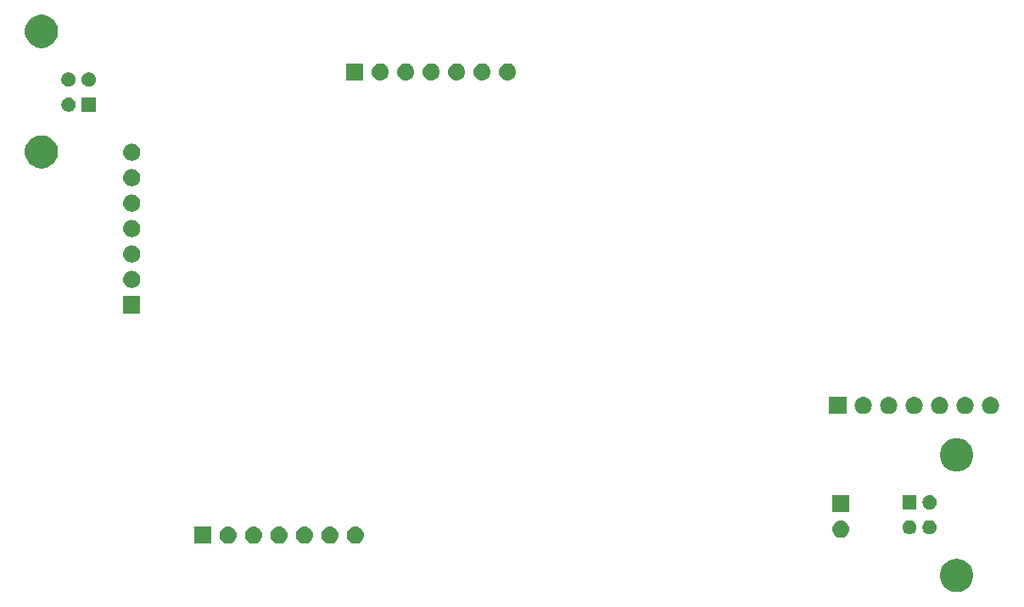
<source format=gbr>
%TF.GenerationSoftware,KiCad,Pcbnew,(5.0.1)-4*%
%TF.CreationDate,2019-11-11T16:38:18-05:00*%
%TF.ProjectId,new_synth_transistor,6E65775F73796E74685F7472616E7369,rev?*%
%TF.SameCoordinates,Original*%
%TF.FileFunction,Soldermask,Bot*%
%TF.FilePolarity,Negative*%
%FSLAX46Y46*%
G04 Gerber Fmt 4.6, Leading zero omitted, Abs format (unit mm)*
G04 Created by KiCad (PCBNEW (5.0.1)-4) date 11/11/2019 4:38:18 PM*
%MOMM*%
%LPD*%
G01*
G04 APERTURE LIST*
%ADD10C,0.100000*%
G04 APERTURE END LIST*
D10*
G36*
X214521440Y-101195798D02*
X214681601Y-101227656D01*
X214806584Y-101279426D01*
X214983336Y-101352639D01*
X215254896Y-101534090D01*
X215485830Y-101765024D01*
X215667281Y-102036584D01*
X215792264Y-102338320D01*
X215855980Y-102658640D01*
X215855980Y-102985240D01*
X215792264Y-103305560D01*
X215667281Y-103607296D01*
X215485830Y-103878856D01*
X215254896Y-104109790D01*
X214983336Y-104291241D01*
X214806584Y-104364454D01*
X214681601Y-104416224D01*
X214521440Y-104448082D01*
X214361280Y-104479940D01*
X214034680Y-104479940D01*
X213874520Y-104448082D01*
X213714359Y-104416224D01*
X213589376Y-104364454D01*
X213412624Y-104291241D01*
X213141064Y-104109790D01*
X212910130Y-103878856D01*
X212728679Y-103607296D01*
X212603696Y-103305560D01*
X212539980Y-102985240D01*
X212539980Y-102658640D01*
X212603696Y-102338320D01*
X212728679Y-102036584D01*
X212910130Y-101765024D01*
X213141064Y-101534090D01*
X213412624Y-101352639D01*
X213589376Y-101279426D01*
X213714359Y-101227656D01*
X213874520Y-101195798D01*
X214034680Y-101163940D01*
X214361280Y-101163940D01*
X214521440Y-101195798D01*
X214521440Y-101195798D01*
G37*
G36*
X154344630Y-97968299D02*
X154504855Y-98016903D01*
X154652520Y-98095831D01*
X154781949Y-98202051D01*
X154888169Y-98331480D01*
X154967097Y-98479145D01*
X155015701Y-98639370D01*
X155032112Y-98806000D01*
X155015701Y-98972630D01*
X154967097Y-99132855D01*
X154888169Y-99280520D01*
X154781949Y-99409949D01*
X154652520Y-99516169D01*
X154504855Y-99595097D01*
X154344630Y-99643701D01*
X154219752Y-99656000D01*
X154136248Y-99656000D01*
X154011370Y-99643701D01*
X153851145Y-99595097D01*
X153703480Y-99516169D01*
X153574051Y-99409949D01*
X153467831Y-99280520D01*
X153388903Y-99132855D01*
X153340299Y-98972630D01*
X153323888Y-98806000D01*
X153340299Y-98639370D01*
X153388903Y-98479145D01*
X153467831Y-98331480D01*
X153574051Y-98202051D01*
X153703480Y-98095831D01*
X153851145Y-98016903D01*
X154011370Y-97968299D01*
X154136248Y-97956000D01*
X154219752Y-97956000D01*
X154344630Y-97968299D01*
X154344630Y-97968299D01*
G37*
G36*
X151804630Y-97968299D02*
X151964855Y-98016903D01*
X152112520Y-98095831D01*
X152241949Y-98202051D01*
X152348169Y-98331480D01*
X152427097Y-98479145D01*
X152475701Y-98639370D01*
X152492112Y-98806000D01*
X152475701Y-98972630D01*
X152427097Y-99132855D01*
X152348169Y-99280520D01*
X152241949Y-99409949D01*
X152112520Y-99516169D01*
X151964855Y-99595097D01*
X151804630Y-99643701D01*
X151679752Y-99656000D01*
X151596248Y-99656000D01*
X151471370Y-99643701D01*
X151311145Y-99595097D01*
X151163480Y-99516169D01*
X151034051Y-99409949D01*
X150927831Y-99280520D01*
X150848903Y-99132855D01*
X150800299Y-98972630D01*
X150783888Y-98806000D01*
X150800299Y-98639370D01*
X150848903Y-98479145D01*
X150927831Y-98331480D01*
X151034051Y-98202051D01*
X151163480Y-98095831D01*
X151311145Y-98016903D01*
X151471370Y-97968299D01*
X151596248Y-97956000D01*
X151679752Y-97956000D01*
X151804630Y-97968299D01*
X151804630Y-97968299D01*
G37*
G36*
X149264630Y-97968299D02*
X149424855Y-98016903D01*
X149572520Y-98095831D01*
X149701949Y-98202051D01*
X149808169Y-98331480D01*
X149887097Y-98479145D01*
X149935701Y-98639370D01*
X149952112Y-98806000D01*
X149935701Y-98972630D01*
X149887097Y-99132855D01*
X149808169Y-99280520D01*
X149701949Y-99409949D01*
X149572520Y-99516169D01*
X149424855Y-99595097D01*
X149264630Y-99643701D01*
X149139752Y-99656000D01*
X149056248Y-99656000D01*
X148931370Y-99643701D01*
X148771145Y-99595097D01*
X148623480Y-99516169D01*
X148494051Y-99409949D01*
X148387831Y-99280520D01*
X148308903Y-99132855D01*
X148260299Y-98972630D01*
X148243888Y-98806000D01*
X148260299Y-98639370D01*
X148308903Y-98479145D01*
X148387831Y-98331480D01*
X148494051Y-98202051D01*
X148623480Y-98095831D01*
X148771145Y-98016903D01*
X148931370Y-97968299D01*
X149056248Y-97956000D01*
X149139752Y-97956000D01*
X149264630Y-97968299D01*
X149264630Y-97968299D01*
G37*
G36*
X146724630Y-97968299D02*
X146884855Y-98016903D01*
X147032520Y-98095831D01*
X147161949Y-98202051D01*
X147268169Y-98331480D01*
X147347097Y-98479145D01*
X147395701Y-98639370D01*
X147412112Y-98806000D01*
X147395701Y-98972630D01*
X147347097Y-99132855D01*
X147268169Y-99280520D01*
X147161949Y-99409949D01*
X147032520Y-99516169D01*
X146884855Y-99595097D01*
X146724630Y-99643701D01*
X146599752Y-99656000D01*
X146516248Y-99656000D01*
X146391370Y-99643701D01*
X146231145Y-99595097D01*
X146083480Y-99516169D01*
X145954051Y-99409949D01*
X145847831Y-99280520D01*
X145768903Y-99132855D01*
X145720299Y-98972630D01*
X145703888Y-98806000D01*
X145720299Y-98639370D01*
X145768903Y-98479145D01*
X145847831Y-98331480D01*
X145954051Y-98202051D01*
X146083480Y-98095831D01*
X146231145Y-98016903D01*
X146391370Y-97968299D01*
X146516248Y-97956000D01*
X146599752Y-97956000D01*
X146724630Y-97968299D01*
X146724630Y-97968299D01*
G37*
G36*
X144184630Y-97968299D02*
X144344855Y-98016903D01*
X144492520Y-98095831D01*
X144621949Y-98202051D01*
X144728169Y-98331480D01*
X144807097Y-98479145D01*
X144855701Y-98639370D01*
X144872112Y-98806000D01*
X144855701Y-98972630D01*
X144807097Y-99132855D01*
X144728169Y-99280520D01*
X144621949Y-99409949D01*
X144492520Y-99516169D01*
X144344855Y-99595097D01*
X144184630Y-99643701D01*
X144059752Y-99656000D01*
X143976248Y-99656000D01*
X143851370Y-99643701D01*
X143691145Y-99595097D01*
X143543480Y-99516169D01*
X143414051Y-99409949D01*
X143307831Y-99280520D01*
X143228903Y-99132855D01*
X143180299Y-98972630D01*
X143163888Y-98806000D01*
X143180299Y-98639370D01*
X143228903Y-98479145D01*
X143307831Y-98331480D01*
X143414051Y-98202051D01*
X143543480Y-98095831D01*
X143691145Y-98016903D01*
X143851370Y-97968299D01*
X143976248Y-97956000D01*
X144059752Y-97956000D01*
X144184630Y-97968299D01*
X144184630Y-97968299D01*
G37*
G36*
X141644630Y-97968299D02*
X141804855Y-98016903D01*
X141952520Y-98095831D01*
X142081949Y-98202051D01*
X142188169Y-98331480D01*
X142267097Y-98479145D01*
X142315701Y-98639370D01*
X142332112Y-98806000D01*
X142315701Y-98972630D01*
X142267097Y-99132855D01*
X142188169Y-99280520D01*
X142081949Y-99409949D01*
X141952520Y-99516169D01*
X141804855Y-99595097D01*
X141644630Y-99643701D01*
X141519752Y-99656000D01*
X141436248Y-99656000D01*
X141311370Y-99643701D01*
X141151145Y-99595097D01*
X141003480Y-99516169D01*
X140874051Y-99409949D01*
X140767831Y-99280520D01*
X140688903Y-99132855D01*
X140640299Y-98972630D01*
X140623888Y-98806000D01*
X140640299Y-98639370D01*
X140688903Y-98479145D01*
X140767831Y-98331480D01*
X140874051Y-98202051D01*
X141003480Y-98095831D01*
X141151145Y-98016903D01*
X141311370Y-97968299D01*
X141436248Y-97956000D01*
X141519752Y-97956000D01*
X141644630Y-97968299D01*
X141644630Y-97968299D01*
G37*
G36*
X139788000Y-99656000D02*
X138088000Y-99656000D01*
X138088000Y-97956000D01*
X139788000Y-97956000D01*
X139788000Y-99656000D01*
X139788000Y-99656000D01*
G37*
G36*
X202795130Y-97363779D02*
X202955355Y-97412383D01*
X203103020Y-97491311D01*
X203232449Y-97597531D01*
X203338669Y-97726960D01*
X203417597Y-97874625D01*
X203466201Y-98034850D01*
X203482612Y-98201480D01*
X203466201Y-98368110D01*
X203417597Y-98528335D01*
X203338669Y-98676000D01*
X203232449Y-98805429D01*
X203103020Y-98911649D01*
X202955355Y-98990577D01*
X202795130Y-99039181D01*
X202670252Y-99051480D01*
X202586748Y-99051480D01*
X202461870Y-99039181D01*
X202301645Y-98990577D01*
X202153980Y-98911649D01*
X202024551Y-98805429D01*
X201918331Y-98676000D01*
X201839403Y-98528335D01*
X201790799Y-98368110D01*
X201774388Y-98201480D01*
X201790799Y-98034850D01*
X201839403Y-97874625D01*
X201918331Y-97726960D01*
X202024551Y-97597531D01*
X202153980Y-97491311D01*
X202301645Y-97412383D01*
X202461870Y-97363779D01*
X202586748Y-97351480D01*
X202670252Y-97351480D01*
X202795130Y-97363779D01*
X202795130Y-97363779D01*
G37*
G36*
X209696246Y-97325378D02*
X209826183Y-97379199D01*
X209943133Y-97457343D01*
X210042577Y-97556787D01*
X210042579Y-97556790D01*
X210042580Y-97556791D01*
X210069802Y-97597532D01*
X210120721Y-97673737D01*
X210174542Y-97803674D01*
X210201980Y-97941616D01*
X210201980Y-98082264D01*
X210174542Y-98220206D01*
X210120721Y-98350143D01*
X210042577Y-98467093D01*
X209943133Y-98566537D01*
X209826183Y-98644681D01*
X209696246Y-98698502D01*
X209558304Y-98725940D01*
X209417656Y-98725940D01*
X209279714Y-98698502D01*
X209149777Y-98644681D01*
X209032827Y-98566537D01*
X208933383Y-98467093D01*
X208855239Y-98350143D01*
X208801418Y-98220206D01*
X208773980Y-98082264D01*
X208773980Y-97941616D01*
X208801418Y-97803674D01*
X208855239Y-97673737D01*
X208906158Y-97597532D01*
X208933380Y-97556791D01*
X208933381Y-97556790D01*
X208933383Y-97556787D01*
X209032827Y-97457343D01*
X209149777Y-97379199D01*
X209279714Y-97325378D01*
X209417656Y-97297940D01*
X209558304Y-97297940D01*
X209696246Y-97325378D01*
X209696246Y-97325378D01*
G37*
G36*
X211696246Y-97325378D02*
X211826183Y-97379199D01*
X211943133Y-97457343D01*
X212042577Y-97556787D01*
X212042579Y-97556790D01*
X212042580Y-97556791D01*
X212069802Y-97597532D01*
X212120721Y-97673737D01*
X212174542Y-97803674D01*
X212201980Y-97941616D01*
X212201980Y-98082264D01*
X212174542Y-98220206D01*
X212120721Y-98350143D01*
X212042577Y-98467093D01*
X211943133Y-98566537D01*
X211826183Y-98644681D01*
X211696246Y-98698502D01*
X211558304Y-98725940D01*
X211417656Y-98725940D01*
X211279714Y-98698502D01*
X211149777Y-98644681D01*
X211032827Y-98566537D01*
X210933383Y-98467093D01*
X210855239Y-98350143D01*
X210801418Y-98220206D01*
X210773980Y-98082264D01*
X210773980Y-97941616D01*
X210801418Y-97803674D01*
X210855239Y-97673737D01*
X210906158Y-97597532D01*
X210933380Y-97556791D01*
X210933381Y-97556790D01*
X210933383Y-97556787D01*
X211032827Y-97457343D01*
X211149777Y-97379199D01*
X211279714Y-97325378D01*
X211417656Y-97297940D01*
X211558304Y-97297940D01*
X211696246Y-97325378D01*
X211696246Y-97325378D01*
G37*
G36*
X203478500Y-96511480D02*
X201778500Y-96511480D01*
X201778500Y-94811480D01*
X203478500Y-94811480D01*
X203478500Y-96511480D01*
X203478500Y-96511480D01*
G37*
G36*
X210201980Y-96225940D02*
X208773980Y-96225940D01*
X208773980Y-94797940D01*
X210201980Y-94797940D01*
X210201980Y-96225940D01*
X210201980Y-96225940D01*
G37*
G36*
X211696246Y-94825378D02*
X211826183Y-94879199D01*
X211943133Y-94957343D01*
X212042577Y-95056787D01*
X212120721Y-95173737D01*
X212174542Y-95303674D01*
X212201980Y-95441616D01*
X212201980Y-95582264D01*
X212174542Y-95720206D01*
X212120721Y-95850143D01*
X212042577Y-95967093D01*
X211943133Y-96066537D01*
X211826183Y-96144681D01*
X211696246Y-96198502D01*
X211558304Y-96225940D01*
X211417656Y-96225940D01*
X211279714Y-96198502D01*
X211149777Y-96144681D01*
X211032827Y-96066537D01*
X210933383Y-95967093D01*
X210855239Y-95850143D01*
X210801418Y-95720206D01*
X210773980Y-95582264D01*
X210773980Y-95441616D01*
X210801418Y-95303674D01*
X210855239Y-95173737D01*
X210933383Y-95056787D01*
X211032827Y-94957343D01*
X211149777Y-94879199D01*
X211279714Y-94825378D01*
X211417656Y-94797940D01*
X211558304Y-94797940D01*
X211696246Y-94825378D01*
X211696246Y-94825378D01*
G37*
G36*
X214521440Y-89155798D02*
X214681601Y-89187656D01*
X214806584Y-89239426D01*
X214983336Y-89312639D01*
X215254896Y-89494090D01*
X215485830Y-89725024D01*
X215667281Y-89996584D01*
X215792264Y-90298320D01*
X215855980Y-90618640D01*
X215855980Y-90945240D01*
X215792264Y-91265560D01*
X215667281Y-91567296D01*
X215485830Y-91838856D01*
X215254896Y-92069790D01*
X214983336Y-92251241D01*
X214806584Y-92324454D01*
X214681601Y-92376224D01*
X214521440Y-92408082D01*
X214361280Y-92439940D01*
X214034680Y-92439940D01*
X213874520Y-92408082D01*
X213714359Y-92376224D01*
X213589376Y-92324454D01*
X213412624Y-92251241D01*
X213141064Y-92069790D01*
X212910130Y-91838856D01*
X212728679Y-91567296D01*
X212603696Y-91265560D01*
X212539980Y-90945240D01*
X212539980Y-90618640D01*
X212603696Y-90298320D01*
X212728679Y-89996584D01*
X212910130Y-89725024D01*
X213141064Y-89494090D01*
X213412624Y-89312639D01*
X213589376Y-89239426D01*
X213714359Y-89187656D01*
X213874520Y-89155798D01*
X214034680Y-89123940D01*
X214361280Y-89123940D01*
X214521440Y-89155798D01*
X214521440Y-89155798D01*
G37*
G36*
X203186400Y-86702000D02*
X201486400Y-86702000D01*
X201486400Y-85002000D01*
X203186400Y-85002000D01*
X203186400Y-86702000D01*
X203186400Y-86702000D01*
G37*
G36*
X207583030Y-85014299D02*
X207743255Y-85062903D01*
X207890920Y-85141831D01*
X208020349Y-85248051D01*
X208126569Y-85377480D01*
X208205497Y-85525145D01*
X208254101Y-85685370D01*
X208270512Y-85852000D01*
X208254101Y-86018630D01*
X208205497Y-86178855D01*
X208126569Y-86326520D01*
X208020349Y-86455949D01*
X207890920Y-86562169D01*
X207743255Y-86641097D01*
X207583030Y-86689701D01*
X207458152Y-86702000D01*
X207374648Y-86702000D01*
X207249770Y-86689701D01*
X207089545Y-86641097D01*
X206941880Y-86562169D01*
X206812451Y-86455949D01*
X206706231Y-86326520D01*
X206627303Y-86178855D01*
X206578699Y-86018630D01*
X206562288Y-85852000D01*
X206578699Y-85685370D01*
X206627303Y-85525145D01*
X206706231Y-85377480D01*
X206812451Y-85248051D01*
X206941880Y-85141831D01*
X207089545Y-85062903D01*
X207249770Y-85014299D01*
X207374648Y-85002000D01*
X207458152Y-85002000D01*
X207583030Y-85014299D01*
X207583030Y-85014299D01*
G37*
G36*
X210123030Y-85014299D02*
X210283255Y-85062903D01*
X210430920Y-85141831D01*
X210560349Y-85248051D01*
X210666569Y-85377480D01*
X210745497Y-85525145D01*
X210794101Y-85685370D01*
X210810512Y-85852000D01*
X210794101Y-86018630D01*
X210745497Y-86178855D01*
X210666569Y-86326520D01*
X210560349Y-86455949D01*
X210430920Y-86562169D01*
X210283255Y-86641097D01*
X210123030Y-86689701D01*
X209998152Y-86702000D01*
X209914648Y-86702000D01*
X209789770Y-86689701D01*
X209629545Y-86641097D01*
X209481880Y-86562169D01*
X209352451Y-86455949D01*
X209246231Y-86326520D01*
X209167303Y-86178855D01*
X209118699Y-86018630D01*
X209102288Y-85852000D01*
X209118699Y-85685370D01*
X209167303Y-85525145D01*
X209246231Y-85377480D01*
X209352451Y-85248051D01*
X209481880Y-85141831D01*
X209629545Y-85062903D01*
X209789770Y-85014299D01*
X209914648Y-85002000D01*
X209998152Y-85002000D01*
X210123030Y-85014299D01*
X210123030Y-85014299D01*
G37*
G36*
X215203030Y-85014299D02*
X215363255Y-85062903D01*
X215510920Y-85141831D01*
X215640349Y-85248051D01*
X215746569Y-85377480D01*
X215825497Y-85525145D01*
X215874101Y-85685370D01*
X215890512Y-85852000D01*
X215874101Y-86018630D01*
X215825497Y-86178855D01*
X215746569Y-86326520D01*
X215640349Y-86455949D01*
X215510920Y-86562169D01*
X215363255Y-86641097D01*
X215203030Y-86689701D01*
X215078152Y-86702000D01*
X214994648Y-86702000D01*
X214869770Y-86689701D01*
X214709545Y-86641097D01*
X214561880Y-86562169D01*
X214432451Y-86455949D01*
X214326231Y-86326520D01*
X214247303Y-86178855D01*
X214198699Y-86018630D01*
X214182288Y-85852000D01*
X214198699Y-85685370D01*
X214247303Y-85525145D01*
X214326231Y-85377480D01*
X214432451Y-85248051D01*
X214561880Y-85141831D01*
X214709545Y-85062903D01*
X214869770Y-85014299D01*
X214994648Y-85002000D01*
X215078152Y-85002000D01*
X215203030Y-85014299D01*
X215203030Y-85014299D01*
G37*
G36*
X217743030Y-85014299D02*
X217903255Y-85062903D01*
X218050920Y-85141831D01*
X218180349Y-85248051D01*
X218286569Y-85377480D01*
X218365497Y-85525145D01*
X218414101Y-85685370D01*
X218430512Y-85852000D01*
X218414101Y-86018630D01*
X218365497Y-86178855D01*
X218286569Y-86326520D01*
X218180349Y-86455949D01*
X218050920Y-86562169D01*
X217903255Y-86641097D01*
X217743030Y-86689701D01*
X217618152Y-86702000D01*
X217534648Y-86702000D01*
X217409770Y-86689701D01*
X217249545Y-86641097D01*
X217101880Y-86562169D01*
X216972451Y-86455949D01*
X216866231Y-86326520D01*
X216787303Y-86178855D01*
X216738699Y-86018630D01*
X216722288Y-85852000D01*
X216738699Y-85685370D01*
X216787303Y-85525145D01*
X216866231Y-85377480D01*
X216972451Y-85248051D01*
X217101880Y-85141831D01*
X217249545Y-85062903D01*
X217409770Y-85014299D01*
X217534648Y-85002000D01*
X217618152Y-85002000D01*
X217743030Y-85014299D01*
X217743030Y-85014299D01*
G37*
G36*
X205043030Y-85014299D02*
X205203255Y-85062903D01*
X205350920Y-85141831D01*
X205480349Y-85248051D01*
X205586569Y-85377480D01*
X205665497Y-85525145D01*
X205714101Y-85685370D01*
X205730512Y-85852000D01*
X205714101Y-86018630D01*
X205665497Y-86178855D01*
X205586569Y-86326520D01*
X205480349Y-86455949D01*
X205350920Y-86562169D01*
X205203255Y-86641097D01*
X205043030Y-86689701D01*
X204918152Y-86702000D01*
X204834648Y-86702000D01*
X204709770Y-86689701D01*
X204549545Y-86641097D01*
X204401880Y-86562169D01*
X204272451Y-86455949D01*
X204166231Y-86326520D01*
X204087303Y-86178855D01*
X204038699Y-86018630D01*
X204022288Y-85852000D01*
X204038699Y-85685370D01*
X204087303Y-85525145D01*
X204166231Y-85377480D01*
X204272451Y-85248051D01*
X204401880Y-85141831D01*
X204549545Y-85062903D01*
X204709770Y-85014299D01*
X204834648Y-85002000D01*
X204918152Y-85002000D01*
X205043030Y-85014299D01*
X205043030Y-85014299D01*
G37*
G36*
X212663030Y-85014299D02*
X212823255Y-85062903D01*
X212970920Y-85141831D01*
X213100349Y-85248051D01*
X213206569Y-85377480D01*
X213285497Y-85525145D01*
X213334101Y-85685370D01*
X213350512Y-85852000D01*
X213334101Y-86018630D01*
X213285497Y-86178855D01*
X213206569Y-86326520D01*
X213100349Y-86455949D01*
X212970920Y-86562169D01*
X212823255Y-86641097D01*
X212663030Y-86689701D01*
X212538152Y-86702000D01*
X212454648Y-86702000D01*
X212329770Y-86689701D01*
X212169545Y-86641097D01*
X212021880Y-86562169D01*
X211892451Y-86455949D01*
X211786231Y-86326520D01*
X211707303Y-86178855D01*
X211658699Y-86018630D01*
X211642288Y-85852000D01*
X211658699Y-85685370D01*
X211707303Y-85525145D01*
X211786231Y-85377480D01*
X211892451Y-85248051D01*
X212021880Y-85141831D01*
X212169545Y-85062903D01*
X212329770Y-85014299D01*
X212454648Y-85002000D01*
X212538152Y-85002000D01*
X212663030Y-85014299D01*
X212663030Y-85014299D01*
G37*
G36*
X132726800Y-76643600D02*
X131026800Y-76643600D01*
X131026800Y-74943600D01*
X132726800Y-74943600D01*
X132726800Y-76643600D01*
X132726800Y-76643600D01*
G37*
G36*
X132043430Y-72415899D02*
X132203655Y-72464503D01*
X132351320Y-72543431D01*
X132480749Y-72649651D01*
X132586969Y-72779080D01*
X132665897Y-72926745D01*
X132714501Y-73086970D01*
X132730912Y-73253600D01*
X132714501Y-73420230D01*
X132665897Y-73580455D01*
X132586969Y-73728120D01*
X132480749Y-73857549D01*
X132351320Y-73963769D01*
X132203655Y-74042697D01*
X132043430Y-74091301D01*
X131918552Y-74103600D01*
X131835048Y-74103600D01*
X131710170Y-74091301D01*
X131549945Y-74042697D01*
X131402280Y-73963769D01*
X131272851Y-73857549D01*
X131166631Y-73728120D01*
X131087703Y-73580455D01*
X131039099Y-73420230D01*
X131022688Y-73253600D01*
X131039099Y-73086970D01*
X131087703Y-72926745D01*
X131166631Y-72779080D01*
X131272851Y-72649651D01*
X131402280Y-72543431D01*
X131549945Y-72464503D01*
X131710170Y-72415899D01*
X131835048Y-72403600D01*
X131918552Y-72403600D01*
X132043430Y-72415899D01*
X132043430Y-72415899D01*
G37*
G36*
X132043430Y-69875899D02*
X132203655Y-69924503D01*
X132351320Y-70003431D01*
X132480749Y-70109651D01*
X132586969Y-70239080D01*
X132665897Y-70386745D01*
X132714501Y-70546970D01*
X132730912Y-70713600D01*
X132714501Y-70880230D01*
X132665897Y-71040455D01*
X132586969Y-71188120D01*
X132480749Y-71317549D01*
X132351320Y-71423769D01*
X132203655Y-71502697D01*
X132043430Y-71551301D01*
X131918552Y-71563600D01*
X131835048Y-71563600D01*
X131710170Y-71551301D01*
X131549945Y-71502697D01*
X131402280Y-71423769D01*
X131272851Y-71317549D01*
X131166631Y-71188120D01*
X131087703Y-71040455D01*
X131039099Y-70880230D01*
X131022688Y-70713600D01*
X131039099Y-70546970D01*
X131087703Y-70386745D01*
X131166631Y-70239080D01*
X131272851Y-70109651D01*
X131402280Y-70003431D01*
X131549945Y-69924503D01*
X131710170Y-69875899D01*
X131835048Y-69863600D01*
X131918552Y-69863600D01*
X132043430Y-69875899D01*
X132043430Y-69875899D01*
G37*
G36*
X132043430Y-67335899D02*
X132203655Y-67384503D01*
X132351320Y-67463431D01*
X132480749Y-67569651D01*
X132586969Y-67699080D01*
X132665897Y-67846745D01*
X132714501Y-68006970D01*
X132730912Y-68173600D01*
X132714501Y-68340230D01*
X132665897Y-68500455D01*
X132586969Y-68648120D01*
X132480749Y-68777549D01*
X132351320Y-68883769D01*
X132203655Y-68962697D01*
X132043430Y-69011301D01*
X131918552Y-69023600D01*
X131835048Y-69023600D01*
X131710170Y-69011301D01*
X131549945Y-68962697D01*
X131402280Y-68883769D01*
X131272851Y-68777549D01*
X131166631Y-68648120D01*
X131087703Y-68500455D01*
X131039099Y-68340230D01*
X131022688Y-68173600D01*
X131039099Y-68006970D01*
X131087703Y-67846745D01*
X131166631Y-67699080D01*
X131272851Y-67569651D01*
X131402280Y-67463431D01*
X131549945Y-67384503D01*
X131710170Y-67335899D01*
X131835048Y-67323600D01*
X131918552Y-67323600D01*
X132043430Y-67335899D01*
X132043430Y-67335899D01*
G37*
G36*
X132043430Y-64795899D02*
X132203655Y-64844503D01*
X132351320Y-64923431D01*
X132480749Y-65029651D01*
X132586969Y-65159080D01*
X132665897Y-65306745D01*
X132714501Y-65466970D01*
X132730912Y-65633600D01*
X132714501Y-65800230D01*
X132665897Y-65960455D01*
X132586969Y-66108120D01*
X132480749Y-66237549D01*
X132351320Y-66343769D01*
X132203655Y-66422697D01*
X132043430Y-66471301D01*
X131918552Y-66483600D01*
X131835048Y-66483600D01*
X131710170Y-66471301D01*
X131549945Y-66422697D01*
X131402280Y-66343769D01*
X131272851Y-66237549D01*
X131166631Y-66108120D01*
X131087703Y-65960455D01*
X131039099Y-65800230D01*
X131022688Y-65633600D01*
X131039099Y-65466970D01*
X131087703Y-65306745D01*
X131166631Y-65159080D01*
X131272851Y-65029651D01*
X131402280Y-64923431D01*
X131549945Y-64844503D01*
X131710170Y-64795899D01*
X131835048Y-64783600D01*
X131918552Y-64783600D01*
X132043430Y-64795899D01*
X132043430Y-64795899D01*
G37*
G36*
X132043430Y-62255899D02*
X132203655Y-62304503D01*
X132351320Y-62383431D01*
X132480749Y-62489651D01*
X132586969Y-62619080D01*
X132665897Y-62766745D01*
X132714501Y-62926970D01*
X132730912Y-63093600D01*
X132714501Y-63260230D01*
X132665897Y-63420455D01*
X132586969Y-63568120D01*
X132480749Y-63697549D01*
X132351320Y-63803769D01*
X132203655Y-63882697D01*
X132043430Y-63931301D01*
X131918552Y-63943600D01*
X131835048Y-63943600D01*
X131710170Y-63931301D01*
X131549945Y-63882697D01*
X131402280Y-63803769D01*
X131272851Y-63697549D01*
X131166631Y-63568120D01*
X131087703Y-63420455D01*
X131039099Y-63260230D01*
X131022688Y-63093600D01*
X131039099Y-62926970D01*
X131087703Y-62766745D01*
X131166631Y-62619080D01*
X131272851Y-62489651D01*
X131402280Y-62383431D01*
X131549945Y-62304503D01*
X131710170Y-62255899D01*
X131835048Y-62243600D01*
X131918552Y-62243600D01*
X132043430Y-62255899D01*
X132043430Y-62255899D01*
G37*
G36*
X123191060Y-58893058D02*
X123351221Y-58924916D01*
X123476204Y-58976686D01*
X123652956Y-59049899D01*
X123924516Y-59231350D01*
X124155450Y-59462284D01*
X124336901Y-59733844D01*
X124349600Y-59764503D01*
X124461884Y-60035579D01*
X124525600Y-60355901D01*
X124525600Y-60682499D01*
X124461884Y-61002821D01*
X124410114Y-61127804D01*
X124336901Y-61304556D01*
X124155450Y-61576116D01*
X123924516Y-61807050D01*
X123652956Y-61988501D01*
X123476204Y-62061714D01*
X123351221Y-62113484D01*
X123191060Y-62145342D01*
X123030900Y-62177200D01*
X122704300Y-62177200D01*
X122544140Y-62145342D01*
X122383979Y-62113484D01*
X122258996Y-62061714D01*
X122082244Y-61988501D01*
X121810684Y-61807050D01*
X121579750Y-61576116D01*
X121398299Y-61304556D01*
X121325086Y-61127804D01*
X121273316Y-61002821D01*
X121209600Y-60682499D01*
X121209600Y-60355901D01*
X121273316Y-60035579D01*
X121385600Y-59764503D01*
X121398299Y-59733844D01*
X121579750Y-59462284D01*
X121810684Y-59231350D01*
X122082244Y-59049899D01*
X122258996Y-58976686D01*
X122383979Y-58924916D01*
X122544140Y-58893058D01*
X122704300Y-58861200D01*
X123030900Y-58861200D01*
X123191060Y-58893058D01*
X123191060Y-58893058D01*
G37*
G36*
X132043430Y-59715899D02*
X132203655Y-59764503D01*
X132351320Y-59843431D01*
X132480749Y-59949651D01*
X132586969Y-60079080D01*
X132665897Y-60226745D01*
X132714501Y-60386970D01*
X132730912Y-60553600D01*
X132714501Y-60720230D01*
X132665897Y-60880455D01*
X132586969Y-61028120D01*
X132480749Y-61157549D01*
X132351320Y-61263769D01*
X132203655Y-61342697D01*
X132043430Y-61391301D01*
X131918552Y-61403600D01*
X131835048Y-61403600D01*
X131710170Y-61391301D01*
X131549945Y-61342697D01*
X131402280Y-61263769D01*
X131272851Y-61157549D01*
X131166631Y-61028120D01*
X131087703Y-60880455D01*
X131039099Y-60720230D01*
X131022688Y-60553600D01*
X131039099Y-60386970D01*
X131087703Y-60226745D01*
X131166631Y-60079080D01*
X131272851Y-59949651D01*
X131402280Y-59843431D01*
X131549945Y-59764503D01*
X131710170Y-59715899D01*
X131835048Y-59703600D01*
X131918552Y-59703600D01*
X132043430Y-59715899D01*
X132043430Y-59715899D01*
G37*
G36*
X128291600Y-56503200D02*
X126863600Y-56503200D01*
X126863600Y-55075200D01*
X128291600Y-55075200D01*
X128291600Y-56503200D01*
X128291600Y-56503200D01*
G37*
G36*
X125785866Y-55102638D02*
X125915803Y-55156459D01*
X126032753Y-55234603D01*
X126132197Y-55334047D01*
X126210341Y-55450997D01*
X126264162Y-55580934D01*
X126291600Y-55718876D01*
X126291600Y-55859524D01*
X126264162Y-55997466D01*
X126210341Y-56127403D01*
X126132197Y-56244353D01*
X126032753Y-56343797D01*
X125915803Y-56421941D01*
X125785866Y-56475762D01*
X125647924Y-56503200D01*
X125507276Y-56503200D01*
X125369334Y-56475762D01*
X125239397Y-56421941D01*
X125122447Y-56343797D01*
X125023003Y-56244353D01*
X124944859Y-56127403D01*
X124891038Y-55997466D01*
X124863600Y-55859524D01*
X124863600Y-55718876D01*
X124891038Y-55580934D01*
X124944859Y-55450997D01*
X125023003Y-55334047D01*
X125122447Y-55234603D01*
X125239397Y-55156459D01*
X125369334Y-55102638D01*
X125507276Y-55075200D01*
X125647924Y-55075200D01*
X125785866Y-55102638D01*
X125785866Y-55102638D01*
G37*
G36*
X127785866Y-52602638D02*
X127915803Y-52656459D01*
X127915806Y-52656461D01*
X127971733Y-52693830D01*
X128032753Y-52734603D01*
X128132197Y-52834047D01*
X128210341Y-52950997D01*
X128264162Y-53080934D01*
X128291600Y-53218876D01*
X128291600Y-53359524D01*
X128264162Y-53497466D01*
X128210341Y-53627403D01*
X128132197Y-53744353D01*
X128032753Y-53843797D01*
X127915803Y-53921941D01*
X127785866Y-53975762D01*
X127647924Y-54003200D01*
X127507276Y-54003200D01*
X127369334Y-53975762D01*
X127239397Y-53921941D01*
X127122447Y-53843797D01*
X127023003Y-53744353D01*
X126944859Y-53627403D01*
X126891038Y-53497466D01*
X126863600Y-53359524D01*
X126863600Y-53218876D01*
X126891038Y-53080934D01*
X126944859Y-52950997D01*
X127023003Y-52834047D01*
X127122447Y-52734603D01*
X127183468Y-52693830D01*
X127239394Y-52656461D01*
X127239397Y-52656459D01*
X127369334Y-52602638D01*
X127507276Y-52575200D01*
X127647924Y-52575200D01*
X127785866Y-52602638D01*
X127785866Y-52602638D01*
G37*
G36*
X125785866Y-52602638D02*
X125915803Y-52656459D01*
X125915806Y-52656461D01*
X125971733Y-52693830D01*
X126032753Y-52734603D01*
X126132197Y-52834047D01*
X126210341Y-52950997D01*
X126264162Y-53080934D01*
X126291600Y-53218876D01*
X126291600Y-53359524D01*
X126264162Y-53497466D01*
X126210341Y-53627403D01*
X126132197Y-53744353D01*
X126032753Y-53843797D01*
X125915803Y-53921941D01*
X125785866Y-53975762D01*
X125647924Y-54003200D01*
X125507276Y-54003200D01*
X125369334Y-53975762D01*
X125239397Y-53921941D01*
X125122447Y-53843797D01*
X125023003Y-53744353D01*
X124944859Y-53627403D01*
X124891038Y-53497466D01*
X124863600Y-53359524D01*
X124863600Y-53218876D01*
X124891038Y-53080934D01*
X124944859Y-52950997D01*
X125023003Y-52834047D01*
X125122447Y-52734603D01*
X125183468Y-52693830D01*
X125239394Y-52656461D01*
X125239397Y-52656459D01*
X125369334Y-52602638D01*
X125507276Y-52575200D01*
X125647924Y-52575200D01*
X125785866Y-52602638D01*
X125785866Y-52602638D01*
G37*
G36*
X156833830Y-51689499D02*
X156994055Y-51738103D01*
X157141720Y-51817031D01*
X157271149Y-51923251D01*
X157377369Y-52052680D01*
X157456297Y-52200345D01*
X157504901Y-52360570D01*
X157521312Y-52527200D01*
X157504901Y-52693830D01*
X157456297Y-52854055D01*
X157377369Y-53001720D01*
X157271149Y-53131149D01*
X157141720Y-53237369D01*
X156994055Y-53316297D01*
X156833830Y-53364901D01*
X156708952Y-53377200D01*
X156625448Y-53377200D01*
X156500570Y-53364901D01*
X156340345Y-53316297D01*
X156192680Y-53237369D01*
X156063251Y-53131149D01*
X155957031Y-53001720D01*
X155878103Y-52854055D01*
X155829499Y-52693830D01*
X155813088Y-52527200D01*
X155829499Y-52360570D01*
X155878103Y-52200345D01*
X155957031Y-52052680D01*
X156063251Y-51923251D01*
X156192680Y-51817031D01*
X156340345Y-51738103D01*
X156500570Y-51689499D01*
X156625448Y-51677200D01*
X156708952Y-51677200D01*
X156833830Y-51689499D01*
X156833830Y-51689499D01*
G37*
G36*
X154977200Y-53377200D02*
X153277200Y-53377200D01*
X153277200Y-51677200D01*
X154977200Y-51677200D01*
X154977200Y-53377200D01*
X154977200Y-53377200D01*
G37*
G36*
X159373830Y-51689499D02*
X159534055Y-51738103D01*
X159681720Y-51817031D01*
X159811149Y-51923251D01*
X159917369Y-52052680D01*
X159996297Y-52200345D01*
X160044901Y-52360570D01*
X160061312Y-52527200D01*
X160044901Y-52693830D01*
X159996297Y-52854055D01*
X159917369Y-53001720D01*
X159811149Y-53131149D01*
X159681720Y-53237369D01*
X159534055Y-53316297D01*
X159373830Y-53364901D01*
X159248952Y-53377200D01*
X159165448Y-53377200D01*
X159040570Y-53364901D01*
X158880345Y-53316297D01*
X158732680Y-53237369D01*
X158603251Y-53131149D01*
X158497031Y-53001720D01*
X158418103Y-52854055D01*
X158369499Y-52693830D01*
X158353088Y-52527200D01*
X158369499Y-52360570D01*
X158418103Y-52200345D01*
X158497031Y-52052680D01*
X158603251Y-51923251D01*
X158732680Y-51817031D01*
X158880345Y-51738103D01*
X159040570Y-51689499D01*
X159165448Y-51677200D01*
X159248952Y-51677200D01*
X159373830Y-51689499D01*
X159373830Y-51689499D01*
G37*
G36*
X161913830Y-51689499D02*
X162074055Y-51738103D01*
X162221720Y-51817031D01*
X162351149Y-51923251D01*
X162457369Y-52052680D01*
X162536297Y-52200345D01*
X162584901Y-52360570D01*
X162601312Y-52527200D01*
X162584901Y-52693830D01*
X162536297Y-52854055D01*
X162457369Y-53001720D01*
X162351149Y-53131149D01*
X162221720Y-53237369D01*
X162074055Y-53316297D01*
X161913830Y-53364901D01*
X161788952Y-53377200D01*
X161705448Y-53377200D01*
X161580570Y-53364901D01*
X161420345Y-53316297D01*
X161272680Y-53237369D01*
X161143251Y-53131149D01*
X161037031Y-53001720D01*
X160958103Y-52854055D01*
X160909499Y-52693830D01*
X160893088Y-52527200D01*
X160909499Y-52360570D01*
X160958103Y-52200345D01*
X161037031Y-52052680D01*
X161143251Y-51923251D01*
X161272680Y-51817031D01*
X161420345Y-51738103D01*
X161580570Y-51689499D01*
X161705448Y-51677200D01*
X161788952Y-51677200D01*
X161913830Y-51689499D01*
X161913830Y-51689499D01*
G37*
G36*
X164453830Y-51689499D02*
X164614055Y-51738103D01*
X164761720Y-51817031D01*
X164891149Y-51923251D01*
X164997369Y-52052680D01*
X165076297Y-52200345D01*
X165124901Y-52360570D01*
X165141312Y-52527200D01*
X165124901Y-52693830D01*
X165076297Y-52854055D01*
X164997369Y-53001720D01*
X164891149Y-53131149D01*
X164761720Y-53237369D01*
X164614055Y-53316297D01*
X164453830Y-53364901D01*
X164328952Y-53377200D01*
X164245448Y-53377200D01*
X164120570Y-53364901D01*
X163960345Y-53316297D01*
X163812680Y-53237369D01*
X163683251Y-53131149D01*
X163577031Y-53001720D01*
X163498103Y-52854055D01*
X163449499Y-52693830D01*
X163433088Y-52527200D01*
X163449499Y-52360570D01*
X163498103Y-52200345D01*
X163577031Y-52052680D01*
X163683251Y-51923251D01*
X163812680Y-51817031D01*
X163960345Y-51738103D01*
X164120570Y-51689499D01*
X164245448Y-51677200D01*
X164328952Y-51677200D01*
X164453830Y-51689499D01*
X164453830Y-51689499D01*
G37*
G36*
X166993830Y-51689499D02*
X167154055Y-51738103D01*
X167301720Y-51817031D01*
X167431149Y-51923251D01*
X167537369Y-52052680D01*
X167616297Y-52200345D01*
X167664901Y-52360570D01*
X167681312Y-52527200D01*
X167664901Y-52693830D01*
X167616297Y-52854055D01*
X167537369Y-53001720D01*
X167431149Y-53131149D01*
X167301720Y-53237369D01*
X167154055Y-53316297D01*
X166993830Y-53364901D01*
X166868952Y-53377200D01*
X166785448Y-53377200D01*
X166660570Y-53364901D01*
X166500345Y-53316297D01*
X166352680Y-53237369D01*
X166223251Y-53131149D01*
X166117031Y-53001720D01*
X166038103Y-52854055D01*
X165989499Y-52693830D01*
X165973088Y-52527200D01*
X165989499Y-52360570D01*
X166038103Y-52200345D01*
X166117031Y-52052680D01*
X166223251Y-51923251D01*
X166352680Y-51817031D01*
X166500345Y-51738103D01*
X166660570Y-51689499D01*
X166785448Y-51677200D01*
X166868952Y-51677200D01*
X166993830Y-51689499D01*
X166993830Y-51689499D01*
G37*
G36*
X169533830Y-51689499D02*
X169694055Y-51738103D01*
X169841720Y-51817031D01*
X169971149Y-51923251D01*
X170077369Y-52052680D01*
X170156297Y-52200345D01*
X170204901Y-52360570D01*
X170221312Y-52527200D01*
X170204901Y-52693830D01*
X170156297Y-52854055D01*
X170077369Y-53001720D01*
X169971149Y-53131149D01*
X169841720Y-53237369D01*
X169694055Y-53316297D01*
X169533830Y-53364901D01*
X169408952Y-53377200D01*
X169325448Y-53377200D01*
X169200570Y-53364901D01*
X169040345Y-53316297D01*
X168892680Y-53237369D01*
X168763251Y-53131149D01*
X168657031Y-53001720D01*
X168578103Y-52854055D01*
X168529499Y-52693830D01*
X168513088Y-52527200D01*
X168529499Y-52360570D01*
X168578103Y-52200345D01*
X168657031Y-52052680D01*
X168763251Y-51923251D01*
X168892680Y-51817031D01*
X169040345Y-51738103D01*
X169200570Y-51689499D01*
X169325448Y-51677200D01*
X169408952Y-51677200D01*
X169533830Y-51689499D01*
X169533830Y-51689499D01*
G37*
G36*
X123191060Y-46853058D02*
X123351221Y-46884916D01*
X123476204Y-46936686D01*
X123652956Y-47009899D01*
X123924516Y-47191350D01*
X124155450Y-47422284D01*
X124336901Y-47693844D01*
X124461884Y-47995580D01*
X124525600Y-48315900D01*
X124525600Y-48642500D01*
X124461884Y-48962820D01*
X124336901Y-49264556D01*
X124155450Y-49536116D01*
X123924516Y-49767050D01*
X123652956Y-49948501D01*
X123476204Y-50021714D01*
X123351221Y-50073484D01*
X123191060Y-50105342D01*
X123030900Y-50137200D01*
X122704300Y-50137200D01*
X122544140Y-50105342D01*
X122383979Y-50073484D01*
X122258996Y-50021714D01*
X122082244Y-49948501D01*
X121810684Y-49767050D01*
X121579750Y-49536116D01*
X121398299Y-49264556D01*
X121273316Y-48962820D01*
X121209600Y-48642500D01*
X121209600Y-48315900D01*
X121273316Y-47995580D01*
X121398299Y-47693844D01*
X121579750Y-47422284D01*
X121810684Y-47191350D01*
X122082244Y-47009899D01*
X122258996Y-46936686D01*
X122383979Y-46884916D01*
X122544140Y-46853058D01*
X122704300Y-46821200D01*
X123030900Y-46821200D01*
X123191060Y-46853058D01*
X123191060Y-46853058D01*
G37*
M02*

</source>
